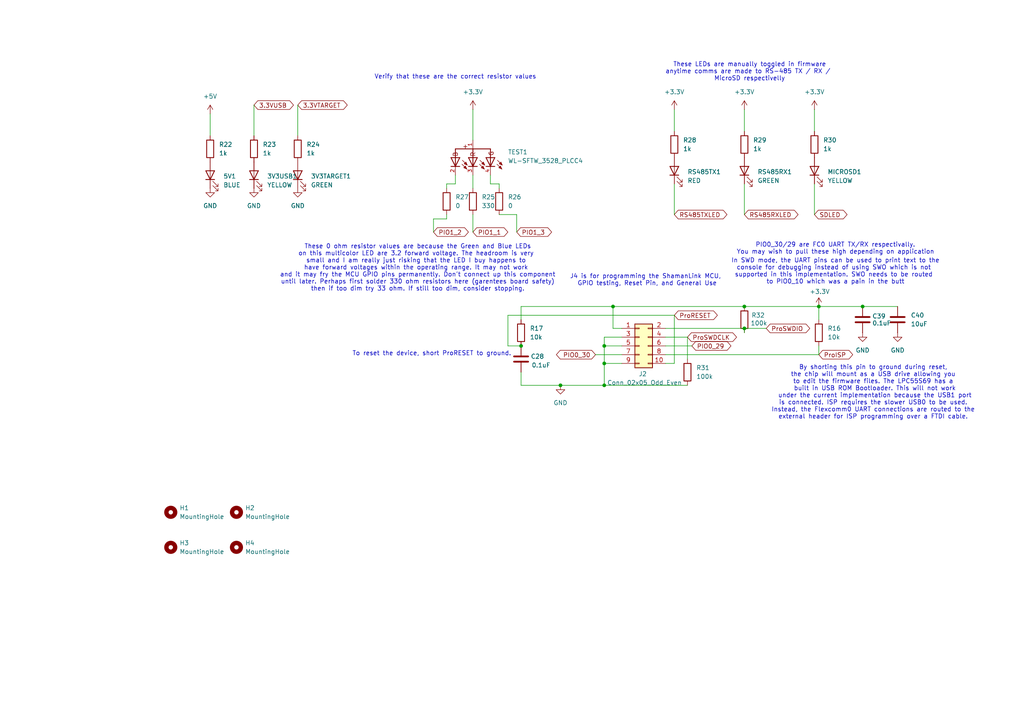
<source format=kicad_sch>
(kicad_sch (version 20250114) (generator "eeschema") (generator_version "9.0")
  (paper "A4")
  (lib_symbols
    (symbol "Connector_Generic:Conn_02x05_Odd_Even" (pin_names (offset 1.016) (hide yes))
      (property "Reference" "J" (at 1.27 7.62 0))
      (property "Value" "Conn_02x05_Odd_Even" (at 1.27 -7.62 0))
      (symbol "Conn_02x05_Odd_Even_1_1"
        (rectangle (start -1.27 6.35) (end 3.81 -6.35) (stroke (width 0.254)) (fill (type background)))
        (rectangle (start -1.27 5.207) (end 0 4.953) (stroke (width 0.1524)))
        (rectangle (start -1.27 2.667) (end 0 2.413) (stroke (width 0.1524)))
        (rectangle (start -1.27 0.127) (end 0 -0.127) (stroke (width 0.1524)))
        (rectangle (start -1.27 -2.413) (end 0 -2.667) (stroke (width 0.1524)))
        (rectangle (start -1.27 -4.953) (end 0 -5.207) (stroke (width 0.1524)))
        (rectangle (start 3.81 5.207) (end 2.54 4.953) (stroke (width 0.1524)))
        (rectangle (start 3.81 2.667) (end 2.54 2.413) (stroke (width 0.1524)))
        (rectangle (start 3.81 0.127) (end 2.54 -0.127) (stroke (width 0.1524)))
        (rectangle (start 3.81 -2.413) (end 2.54 -2.667) (stroke (width 0.1524)))
        (rectangle (start 3.81 -4.953) (end 2.54 -5.207) (stroke (width 0.1524)))
        (pin passive line (at -5.08 5.08 0) (length 3.81) (name "Pin_1") (number "1"))
        (pin passive line (at -5.08 2.54 0) (length 3.81) (name "Pin_3") (number "3"))
        (pin passive line (at -5.08 0 0) (length 3.81) (name "Pin_5") (number "5"))
        (pin passive line (at -5.08 -2.54 0) (length 3.81) (name "Pin_7") (number "7"))
        (pin passive line (at -5.08 -5.08 0) (length 3.81) (name "Pin_9") (number "9"))
        (pin passive line (at 7.62 5.08 180) (length 3.81) (name "Pin_2") (number "2"))
        (pin passive line (at 7.62 2.54 180) (length 3.81) (name "Pin_4") (number "4"))
        (pin passive line (at 7.62 0 180) (length 3.81) (name "Pin_6") (number "6"))
        (pin passive line (at 7.62 -2.54 180) (length 3.81) (name "Pin_8") (number "8"))
        (pin passive line (at 7.62 -5.08 180) (length 3.81) (name "Pin_10") (number "10"))
      )
    )
    (symbol "Device:C" (pin_numbers (hide yes)) (pin_names (offset 0.254))
      (property "Reference" "C" (at 0.635 2.54 0))
      (property "Value" "C" (at 0.635 -2.54 0))
      (symbol "C_0_1"
        (polyline (pts (xy -2.032 0.762) (xy 2.032 0.762)) (stroke (width 0.508)))
        (polyline (pts (xy -2.032 -0.762) (xy 2.032 -0.762)) (stroke (width 0.508)))
      )
      (symbol "C_1_1"
        (pin passive line (at 0 3.81 270) (length 2.794) (name "~") (number "1"))
        (pin passive line (at 0 -3.81 90) (length 2.794) (name "~") (number "2"))
      )
    )
    (symbol "Device:LED" (pin_numbers (hide yes)) (pin_names (offset 1.016) (hide yes))
      (property "Reference" "D" (at 0 2.54 0))
      (property "Value" "LED" (at 0 -2.54 0))
      (symbol "LED_0_1"
        (polyline (pts (xy -3.048 -0.762) (xy -4.572 -2.286) (xy -3.81 -2.286) (xy -4.572 -2.286) (xy -4.572 -1.524)))
        (polyline (pts (xy -1.778 -0.762) (xy -3.302 -2.286) (xy -2.54 -2.286) (xy -3.302 -2.286) (xy -3.302 -1.524)))
        (polyline (pts (xy -1.27 0) (xy 1.27 0)))
        (polyline (pts (xy -1.27 -1.27) (xy -1.27 1.27)) (stroke (width 0.254)))
        (polyline (pts (xy 1.27 -1.27) (xy 1.27 1.27) (xy -1.27 0) (xy 1.27 -1.27)) (stroke (width 0.254)))
      )
      (symbol "LED_1_1"
        (pin passive line (at -3.81 0 0) (length 2.54) (name "K") (number "1"))
        (pin passive line (at 3.81 0 180) (length 2.54) (name "A") (number "2"))
      )
    )
    (symbol "Device:R" (pin_numbers (hide yes)) (pin_names (offset 0))
      (property "Reference" "R" (at 2.032 0 90))
      (property "Value" "R" (at 0 0 90))
      (symbol "R_0_1"
        (rectangle (start -1.016 -2.54) (end 1.016 2.54) (stroke (width 0.254)))
      )
      (symbol "R_1_1"
        (pin passive line (at 0 3.81 270) (length 1.27) (name "~") (number "1"))
        (pin passive line (at 0 -3.81 90) (length 1.27) (name "~") (number "2"))
      )
    )
    (symbol "Mechanical:MountingHole" (pin_names (offset 1.016)) (in_bom no)
      (property "Reference" "H" (at 0 5.08 0))
      (property "Value" "MountingHole" (at 0 3.175 0))
      (symbol "MountingHole_0_1"
        (circle (center 0 0) (radius 1.27) (stroke (width 1.27)))
      )
    )
    (symbol "multicolorLED:WL-SFTW_3528_PLCC4" (pin_names (offset 1.016))
      (property "Reference" "D" (at 2.06 9.302 0))
      (property "Value" "WL-SFTW_3528_PLCC4" (at 0.14 -8.378 0))
      (symbol "WL-SFTW_3528_PLCC4_0_0"
        (polyline (pts (xy -2.54 5.08) (xy -2.54 -5.08)) (stroke (width 0.254)))
        (polyline (pts (xy -2.54 5.08) (xy 2.54 5.08)) (stroke (width 0.254)))
        (polyline (pts (xy -2.54 0) (xy 2.54 0)) (stroke (width 0.254)))
        (polyline (pts (xy -2.54 -5.08) (xy 2.54 -5.08)) (stroke (width 0.254)))
        (polyline (pts (xy 0 5.08) (xy 0 6.35)) (stroke (width 0.254)))
        (polyline (pts (xy 0 3.81) (xy 0 5.08)) (stroke (width 0.254)))
        (polyline (pts (xy 0 3.81) (xy 2.54 5.08)) (stroke (width 0.254)))
        (polyline (pts (xy 0 0) (xy 0 1.27)) (stroke (width 0.254)))
        (polyline (pts (xy 0 -1.27) (xy 0 0)) (stroke (width 0.254)))
        (polyline (pts (xy 0 -1.27) (xy 2.54 0)) (stroke (width 0.254)))
        (polyline (pts (xy 0 -5.08) (xy 0 -3.81)) (stroke (width 0.254)))
        (polyline (pts (xy 0 -6.35) (xy 0 -5.08)) (stroke (width 0.254)))
        (polyline (pts (xy 0 -6.35) (xy 2.54 -5.08)) (stroke (width 0.254)))
        (polyline (pts (xy 0.762 7.112) (xy 2.159 8.509)) (stroke (width 0.1524)))
        (polyline (pts (xy 0.762 2.032) (xy 2.159 3.429)) (stroke (width 0.1524)))
        (polyline (pts (xy 0.762 -3.048) (xy 2.159 -1.651)) (stroke (width 0.1524)))
        (polyline (pts (xy 1.905 6.985) (xy 3.302 8.382)) (stroke (width 0.1524)))
        (polyline (pts (xy 1.905 1.905) (xy 3.302 3.302)) (stroke (width 0.1524)))
        (polyline (pts (xy 1.905 -3.175) (xy 3.302 -1.778)) (stroke (width 0.1524)))
        (polyline (pts (xy 2.159 8.509) (xy 1.27 8.128) (xy 1.778 7.62) (xy 2.159 8.509)) (stroke (width 0.1524)) (fill (type outline)))
        (polyline (pts (xy 2.159 3.429) (xy 1.27 3.048) (xy 1.778 2.54) (xy 2.159 3.429)) (stroke (width 0.1524)) (fill (type outline)))
        (polyline (pts (xy 2.159 -1.651) (xy 1.27 -2.032) (xy 1.778 -2.54) (xy 2.159 -1.651)) (stroke (width 0.1524)) (fill (type outline)))
        (polyline (pts (xy 2.54 5.08) (xy 0 6.35)) (stroke (width 0.254)))
        (polyline (pts (xy 2.54 3.81) (xy 2.54 6.35)) (stroke (width 0.254)))
        (polyline (pts (xy 2.54 0) (xy 0 1.27)) (stroke (width 0.254)))
        (polyline (pts (xy 2.54 -1.27) (xy 2.54 1.27)) (stroke (width 0.254)))
        (polyline (pts (xy 2.54 -5.08) (xy 0 -3.81)) (stroke (width 0.254)))
        (polyline (pts (xy 2.54 -6.35) (xy 2.54 -3.81)) (stroke (width 0.254)))
        (polyline (pts (xy 3.302 8.382) (xy 2.413 8.001) (xy 2.921 7.493) (xy 3.302 8.382)) (stroke (width 0.1524)) (fill (type outline)))
        (polyline (pts (xy 3.302 3.302) (xy 2.413 2.921) (xy 2.921 2.413) (xy 3.302 3.302)) (stroke (width 0.1524)) (fill (type outline)))
        (polyline (pts (xy 3.302 -1.778) (xy 2.413 -2.159) (xy 2.921 -2.667) (xy 3.302 -1.778)) (stroke (width 0.1524)) (fill (type outline)))
        (text "+" (at -4.08 -1.54 0) (effects (font (size 1.27 1.27)) (justify left bottom)))
        (text "G" (at -1.96 6.08 0) (effects (font (size 1.27 1.27)) (justify left bottom)))
        (text "R" (at -1.73 0.78 0) (effects (font (size 1.27 1.27)) (justify left bottom)))
        (text "B" (at -1.73 -4.31 0) (effects (font (size 1.27 1.27)) (justify left bottom)))
        (pin passive line (at -5.08 0 0) (length 2.54) (name "~") (number "1"))
        (pin passive line (at 5.08 5.08 180) (length 2.54) (name "~") (number "4"))
        (pin passive line (at 5.08 0 180) (length 2.54) (name "~") (number "3"))
        (pin passive line (at 5.08 -5.08 180) (length 2.54) (name "~") (number "2"))
      )
    )
    (symbol "power:+3.3V" (power) (pin_numbers (hide yes)) (pin_names (offset 0) (hide yes))
      (property "Value" "+3.3V" (at 0 3.556 0))
      (symbol "+3.3V_0_1"
        (polyline (pts (xy -0.762 1.27) (xy 0 2.54)))
        (polyline (pts (xy 0 2.54) (xy 0.762 1.27)))
        (polyline (pts (xy 0 0) (xy 0 2.54)))
      )
      (symbol "+3.3V_1_1"
        (pin power_in line (at 0 0 90) (length 0) (name "~") (number "1"))
      )
    )
    (symbol "power:+5V" (power) (pin_numbers (hide yes)) (pin_names (offset 0) (hide yes))
      (property "Value" "+5V" (at 0 3.556 0))
      (symbol "+5V_0_1"
        (polyline (pts (xy -0.762 1.27) (xy 0 2.54)))
        (polyline (pts (xy 0 2.54) (xy 0.762 1.27)))
        (polyline (pts (xy 0 0) (xy 0 2.54)))
      )
      (symbol "+5V_1_1"
        (pin power_in line (at 0 0 90) (length 0) (name "~") (number "1"))
      )
    )
    (symbol "power:GND" (power) (pin_numbers (hide yes)) (pin_names (offset 0) (hide yes))
      (property "Value" "GND" (at 0 -3.81 0))
      (symbol "GND_0_1"
        (polyline (pts (xy 0 0) (xy 0 -1.27) (xy 1.27 -1.27) (xy 0 -2.54) (xy -1.27 -1.27) (xy 0 -1.27)))
      )
      (symbol "GND_1_1"
        (pin power_in line (at 0 0 270) (length 0) (name "~") (number "1"))
      )
    )
  )
  (text "These LEDs are manually toggled in firmware\nanytime comms are made to RS-485 TX / RX / \nMicroSD respectivelly" (at 217.424 20.828 0) (effects (font (size 1.27 1.27))))
  (text "To reset the device, short ProRESET to ground. " (at 125.73 102.616 0) (effects (font (size 1.27 1.27))))
  (text "In SWD mode, the UART pins can be used to print text to the\nconsole for debugging instead of using SWO which is not \nsupported in this implementation. SWO needs to be routed \nto PIO0_10 which was a pain in the butt" (at 242.316 78.74 0) (effects (font (size 1.27 1.27))))
  (text "Verify that these are the correct resistor values" (at 132.08 22.352 0) (effects (font (size 1.27 1.27))))
  (text "By shorting this pin to ground during reset, \nthe chip will mount as a USB drive allowing you \nto edit the firmware files. The LPC55S69 has a \nbuilt in USB ROM Bootloader. This will not work\nunder the current implementation because the USB1 port\nis connected. ISP requires the slower USB0 to be used. \nInstead, the Flexcomm0 UART connections are routed to the \nexternal header for ISP programming over a FTDI cable. " (at 253.746 113.792 0) (effects (font (size 1.27 1.27))))
  (text "PIO0_30/29 are FC0 UART TX/RX respectivally.\nYou may wish to pull these high depending on application" (at 242.316 72.136 0) (effects (font (size 1.27 1.27))))
  (text "J4 is for programming the ShamanLink MCU, \nGPIO testing, Reset Pin, and General Use" (at 187.706 81.28 0) (effects (font (size 1.27 1.27))))
  (text "These 0 ohm resistor values are because the Green and Blue LEDs\non this multicolor LED are 3.2 forward voltage. The headroom is very \nsmall and I am really just risking that the LED I buy happens to \nhave forward voltages within the operating range. It may not work \nand it may fry the MCU GPIO pins permanently. Don't connect up this component\nuntil later. Perhaps first solder 330 ohm resistors here (garentees board safety)\nthen if too dim try 33 ohm. If still too dim, consider stopping.\n" (at 121.158 77.724 0) (effects (font (size 1.27 1.27))))
  (junction (at 175.26 100.33))
  (junction (at 177.8 88.9))
  (junction (at 250.19 88.9))
  (junction (at 175.26 111.76))
  (junction (at 151.13 100.33))
  (junction (at 175.26 105.41))
  (junction (at 237.49 88.9))
  (junction (at 215.9 95.25))
  (junction (at 215.9 88.9))
  (junction (at 162.56 111.76))
  (wire (pts (xy 175.26 111.76) (xy 162.56 111.76)))
  (wire (pts (xy 215.9 95.25) (xy 215.9 96.52)))
  (wire (pts (xy 195.58 53.34) (xy 195.58 62.23)))
  (wire (pts (xy 177.8 95.25) (xy 177.8 88.9)))
  (wire (pts (xy 129.54 62.23) (xy 129.54 63.5)))
  (wire (pts (xy 215.9 88.9) (xy 237.49 88.9)))
  (wire (pts (xy 215.9 31.75) (xy 215.9 38.1)))
  (wire (pts (xy 180.34 97.79) (xy 175.26 97.79)))
  (wire (pts (xy 137.16 31.75) (xy 137.16 40.64)))
  (wire (pts (xy 129.54 53.34) (xy 129.54 54.61)))
  (wire (pts (xy 215.9 53.34) (xy 215.9 62.23)))
  (wire (pts (xy 175.26 100.33) (xy 180.34 100.33)))
  (wire (pts (xy 193.04 102.87) (xy 237.49 102.87)))
  (wire (pts (xy 151.13 111.76) (xy 162.56 111.76)))
  (wire (pts (xy 193.04 100.33) (xy 200.66 100.33)))
  (wire (pts (xy 132.08 53.34) (xy 129.54 53.34)))
  (wire (pts (xy 144.78 53.34) (xy 144.78 54.61)))
  (wire (pts (xy 125.73 63.5) (xy 125.73 67.31)))
  (wire (pts (xy 142.24 53.34) (xy 144.78 53.34)))
  (wire (pts (xy 73.66 30.48) (xy 73.66 39.37)))
  (wire (pts (xy 177.8 88.9) (xy 215.9 88.9)))
  (wire (pts (xy 180.34 95.25) (xy 177.8 95.25)))
  (wire (pts (xy 149.86 62.23) (xy 149.86 67.31)))
  (wire (pts (xy 60.96 33.02) (xy 60.96 39.37)))
  (wire (pts (xy 137.16 50.8) (xy 137.16 54.61)))
  (wire (pts (xy 175.26 105.41) (xy 180.34 105.41)))
  (wire (pts (xy 175.26 111.76) (xy 199.39 111.76)))
  (wire (pts (xy 142.24 50.8) (xy 142.24 53.34)))
  (wire (pts (xy 172.72 102.87) (xy 180.34 102.87)))
  (wire (pts (xy 147.32 91.44) (xy 195.58 91.44)))
  (wire (pts (xy 193.04 95.25) (xy 215.9 95.25)))
  (wire (pts (xy 237.49 88.9) (xy 237.49 92.71)))
  (wire (pts (xy 175.26 105.41) (xy 175.26 111.76)))
  (wire (pts (xy 237.49 88.9) (xy 250.19 88.9)))
  (wire (pts (xy 195.58 91.44) (xy 195.58 105.41)))
  (wire (pts (xy 236.22 31.75) (xy 236.22 38.1)))
  (wire (pts (xy 86.36 30.48) (xy 86.36 39.37)))
  (wire (pts (xy 151.13 107.95) (xy 151.13 111.76)))
  (wire (pts (xy 236.22 53.34) (xy 236.22 62.23)))
  (wire (pts (xy 237.49 100.33) (xy 237.49 102.87)))
  (wire (pts (xy 144.78 62.23) (xy 149.86 62.23)))
  (wire (pts (xy 132.08 50.8) (xy 132.08 53.34)))
  (wire (pts (xy 151.13 100.33) (xy 147.32 100.33)))
  (wire (pts (xy 195.58 105.41) (xy 193.04 105.41)))
  (wire (pts (xy 195.58 31.75) (xy 195.58 38.1)))
  (wire (pts (xy 147.32 100.33) (xy 147.32 91.44)))
  (wire (pts (xy 129.54 63.5) (xy 125.73 63.5)))
  (wire (pts (xy 199.39 97.79) (xy 199.39 104.14)))
  (wire (pts (xy 193.04 97.79) (xy 199.39 97.79)))
  (wire (pts (xy 151.13 88.9) (xy 177.8 88.9)))
  (wire (pts (xy 250.19 88.9) (xy 260.35 88.9)))
  (wire (pts (xy 215.9 95.25) (xy 222.25 95.25)))
  (wire (pts (xy 137.16 62.23) (xy 137.16 67.31)))
  (wire (pts (xy 175.26 100.33) (xy 175.26 105.41)))
  (wire (pts (xy 175.26 97.79) (xy 175.26 100.33)))
  (wire (pts (xy 151.13 92.71) (xy 151.13 88.9)))
  (global_label "RS485TXLED" (shape bidirectional) (at 195.58 62.23 0) (property "Intersheetrefs" "${INTERSHEET_REFS}" (effects (hide yes))))
  (global_label "PIO0_29" (shape bidirectional) (at 200.66 100.33 0) (property "Intersheetrefs" "${INTERSHEET_REFS}" (effects (hide yes))))
  (global_label "ProSWDCLK" (shape bidirectional) (at 199.39 97.79 0) (property "Intersheetrefs" "${INTERSHEET_REFS}" (effects (hide yes))))
  (global_label "PIO1_2" (shape bidirectional) (at 125.73 67.31 0) (property "Intersheetrefs" "${INTERSHEET_REFS}" (effects (hide yes))))
  (global_label "ProRESET" (shape bidirectional) (at 195.58 91.44 0) (property "Intersheetrefs" "${INTERSHEET_REFS}" (effects (hide yes))))
  (global_label "PIO1_1" (shape bidirectional) (at 137.16 67.31 0) (property "Intersheetrefs" "${INTERSHEET_REFS}" (effects (hide yes))))
  (global_label "SDLED" (shape bidirectional) (at 236.22 62.23 0) (property "Intersheetrefs" "${INTERSHEET_REFS}" (effects (hide yes))))
  (global_label "3.3VTARGET" (shape bidirectional) (at 86.36 30.48 0) (property "Intersheetrefs" "${INTERSHEET_REFS}" (effects (hide yes))))
  (global_label "ProISP" (shape bidirectional) (at 237.49 102.87 0) (property "Intersheetrefs" "${INTERSHEET_REFS}" (effects (hide yes))))
  (global_label "PIO0_30" (shape bidirectional) (at 172.72 102.87 180) (property "Intersheetrefs" "${INTERSHEET_REFS}" (effects (hide yes))))
  (global_label "3.3VUSB" (shape bidirectional) (at 73.66 30.48 0) (property "Intersheetrefs" "${INTERSHEET_REFS}" (effects (hide yes))))
  (global_label "PIO1_3" (shape bidirectional) (at 149.86 67.31 0) (property "Intersheetrefs" "${INTERSHEET_REFS}" (effects (hide yes))))
  (global_label "RS485RXLED" (shape bidirectional) (at 215.9 62.23 0) (property "Intersheetrefs" "${INTERSHEET_REFS}" (effects (hide yes))))
  (global_label "ProSWDIO" (shape bidirectional) (at 222.25 95.25 0) (property "Intersheetrefs" "${INTERSHEET_REFS}" (effects (hide yes))))
  (symbol (lib_id "Device:C") (at 151.13 104.14 0) (unit 1)
    (property "Reference" "C28" (at 153.924 103.378 0) (effects (justify left)))
    (property "Value" "0.1uF" (at 154.178 105.918 0) (effects (justify left)))
    (property "Footprint" "Capacitor_SMD:C_0805_2012Metric_Pad1.18x1.45mm_HandSolder" (effects (hide yes)))
    (property "Description" "Unpolarized capacitor" (effects (hide yes)))
  )
  (symbol (lib_id "power:+3.3V") (at 215.9 31.75 0) (unit 1)
    (property "Reference" "#PWR050" (effects (hide yes)))
    (property "Value" "+3.3V" (at 215.9 26.67 0))
    (property "Description" "Power symbol creates a global label with name \"+3.3V\"" (effects (hide yes)))
  )
  (symbol (lib_id "power:GND") (at 60.96 54.61 0) (unit 1)
    (property "Reference" "#PWR037" (effects (hide yes)))
    (property "Value" "GND" (at 60.96 59.69 0))
    (property "Description" "Power symbol creates a global label with name \"GND\" , ground" (effects (hide yes)))
  )
  (symbol (lib_id "Device:LED") (at 236.22 49.53 90) (unit 1)
    (property "Reference" "MICROSD1" (at 240.03 49.8474 90) (effects (justify right)))
    (property "Value" "YELLOW" (at 240.03 52.3874 90) (effects (justify right)))
    (property "Footprint" "LED_SMD:LED_0805_2012Metric_Pad1.15x1.40mm_HandSolder" (effects (hide yes)))
    (property "Description" "Light emitting diode" (effects (hide yes)))
    (property "Sim.Pins" "1=K 2=A" (effects (hide yes)))
  )
  (symbol (lib_id "Mechanical:MountingHole") (at 68.58 158.75 0) (unit 1) (in_bom no)
    (property "Reference" "H4" (at 71.12 157.4799 0) (effects (justify left)))
    (property "Value" "MountingHole" (at 71.12 160.0199 0) (effects (justify left)))
    (property "Footprint" "MountingHole:MountingHole_3mm_Pad_TopOnly" (effects (hide yes)))
    (property "Description" "Mounting Hole without connection" (effects (hide yes)))
  )
  (symbol (lib_id "power:GND") (at 260.35 96.52 0) (unit 1)
    (property "Reference" "#PWR064" (effects (hide yes)))
    (property "Value" "GND" (at 260.35 101.6 0))
    (property "Description" "Power symbol creates a global label with name \"GND\" , ground" (effects (hide yes)))
  )
  (symbol (lib_id "Device:R") (at 86.36 43.18 0) (unit 1)
    (property "Reference" "R24" (at 88.9 41.9099 0) (effects (justify left)))
    (property "Value" "1k" (at 88.9 44.4499 0) (effects (justify left)))
    (property "Footprint" "Resistor_SMD:R_0805_2012Metric_Pad1.20x1.40mm_HandSolder" (effects (hide yes)))
    (property "Description" "Resistor" (effects (hide yes)))
  )
  (symbol (lib_id "Mechanical:MountingHole") (at 49.53 158.75 0) (unit 1) (in_bom no)
    (property "Reference" "H3" (at 52.07 157.4799 0) (effects (justify left)))
    (property "Value" "MountingHole" (at 52.07 160.0199 0) (effects (justify left)))
    (property "Footprint" "MountingHole:MountingHole_3mm_Pad_TopOnly" (effects (hide yes)))
    (property "Description" "Mounting Hole without connection" (effects (hide yes)))
  )
  (symbol (lib_id "Mechanical:MountingHole") (at 68.58 148.59 0) (unit 1) (in_bom no)
    (property "Reference" "H2" (at 71.12 147.3199 0) (effects (justify left)))
    (property "Value" "MountingHole" (at 71.12 149.8599 0) (effects (justify left)))
    (property "Footprint" "MountingHole:MountingHole_3mm_Pad_TopOnly" (effects (hide yes)))
    (property "Description" "Mounting Hole without connection" (effects (hide yes)))
  )
  (symbol (lib_id "Device:LED") (at 73.66 50.8 90) (unit 1)
    (property "Reference" "3V3USB1" (at 77.47 51.1174 90) (effects (justify right)))
    (property "Value" "YELLOW" (at 77.47 53.6574 90) (effects (justify right)))
    (property "Footprint" "LED_SMD:LED_0805_2012Metric_Pad1.15x1.40mm_HandSolder" (effects (hide yes)))
    (property "Description" "Light emitting diode" (effects (hide yes)))
    (property "Sim.Pins" "1=K 2=A" (effects (hide yes)))
  )
  (symbol (lib_id "power:+3.3V") (at 237.49 88.9 0) (unit 1)
    (property "Reference" "#PWR048" (effects (hide yes)))
    (property "Value" "+3.3V" (at 237.744 84.582 0))
    (property "Description" "Power symbol creates a global label with name \"+3.3V\"" (effects (hide yes)))
  )
  (symbol (lib_id "Device:R") (at 129.54 58.42 0) (unit 1)
    (property "Reference" "R27" (at 132.08 57.1499 0) (effects (justify left)))
    (property "Value" "0" (at 132.08 59.6899 0) (effects (justify left)))
    (property "Footprint" "Resistor_SMD:R_0805_2012Metric_Pad1.20x1.40mm_HandSolder" (effects (hide yes)))
    (property "Description" "Resistor" (effects (hide yes)))
  )
  (symbol (lib_id "Device:R") (at 151.13 96.52 0) (unit 1)
    (property "Reference" "R17" (at 153.67 95.2499 0) (effects (justify left)))
    (property "Value" "10k" (at 153.67 97.7899 0) (effects (justify left)))
    (property "Footprint" "Resistor_SMD:R_0805_2012Metric_Pad1.20x1.40mm_HandSolder" (effects (hide yes)))
    (property "Description" "Resistor" (effects (hide yes)))
  )
  (symbol (lib_id "power:GND") (at 162.56 111.76 0) (unit 1)
    (property "Reference" "#PWR035" (effects (hide yes)))
    (property "Value" "GND" (at 162.56 116.84 0))
    (property "Description" "Power symbol creates a global label with name \"GND\" , ground" (effects (hide yes)))
  )
  (symbol (lib_id "Connector_Generic:Conn_02x05_Odd_Even") (at 185.42 100.33 0) (unit 1)
    (property "Reference" "J2" (at 186.436 108.458 0))
    (property "Value" "Conn_02x05_Odd_Even" (at 186.944 110.998 0))
    (property "Footprint" "Connector_PinHeader_2.54mm:PinHeader_2x05_P2.54mm_Vertical" (effects (hide yes)))
    (property "Description" "Generic connector, double row, 02x05, odd/even pin numbering scheme (row 1 odd numbers, row 2 even numbers), script generated (kicad-library-utils/schlib/autogen/connector/)" (effects (hide yes)))
  )
  (symbol (lib_id "multicolorLED:WL-SFTW_3528_PLCC4") (at 137.16 45.72 270) (unit 1)
    (property "Reference" "TEST1" (at 147.32 44.099 90) (effects (justify left)))
    (property "Value" "WL-SFTW_3528_PLCC4" (at 147.32 46.639 90) (effects (justify left)))
    (property "Footprint" "multicolorLED:multicolorLED" (effects (hide yes)))
  )
  (symbol (lib_id "Device:LED") (at 86.36 50.8 90) (unit 1)
    (property "Reference" "3V3TARGET1" (at 90.17 51.1174 90) (effects (justify right)))
    (property "Value" "GREEN" (at 90.17 53.6574 90) (effects (justify right)))
    (property "Footprint" "LED_SMD:LED_0805_2012Metric_Pad1.15x1.40mm_HandSolder" (effects (hide yes)))
    (property "Description" "Light emitting diode" (effects (hide yes)))
    (property "Sim.Pins" "1=K 2=A" (effects (hide yes)))
  )
  (symbol (lib_id "Mechanical:MountingHole") (at 49.53 148.59 0) (unit 1) (in_bom no)
    (property "Reference" "H1" (at 52.07 147.3199 0) (effects (justify left)))
    (property "Value" "MountingHole" (at 52.07 149.8599 0) (effects (justify left)))
    (property "Footprint" "MountingHole:MountingHole_3mm_Pad_TopOnly" (effects (hide yes)))
    (property "Description" "Mounting Hole without connection" (effects (hide yes)))
  )
  (symbol (lib_id "Device:LED") (at 195.58 49.53 90) (unit 1)
    (property "Reference" "RS485TX1" (at 199.39 49.8474 90) (effects (justify right)))
    (property "Value" "RED" (at 199.39 52.3874 90) (effects (justify right)))
    (property "Footprint" "LED_SMD:LED_0805_2012Metric_Pad1.15x1.40mm_HandSolder" (effects (hide yes)))
    (property "Description" "Light emitting diode" (effects (hide yes)))
    (property "Sim.Pins" "1=K 2=A" (effects (hide yes)))
  )
  (symbol (lib_id "power:+3.3V") (at 236.22 31.75 0) (unit 1)
    (property "Reference" "#PWR049" (effects (hide yes)))
    (property "Value" "+3.3V" (at 236.22 26.67 0))
    (property "Description" "Power symbol creates a global label with name \"+3.3V\"" (effects (hide yes)))
  )
  (symbol (lib_id "power:+3.3V") (at 137.16 31.75 0) (unit 1)
    (property "Reference" "#PWR052" (effects (hide yes)))
    (property "Value" "+3.3V" (at 137.16 26.67 0))
    (property "Description" "Power symbol creates a global label with name \"+3.3V\"" (effects (hide yes)))
  )
  (symbol (lib_id "Device:R") (at 199.39 107.95 0) (unit 1)
    (property "Reference" "R31" (at 201.93 106.6799 0) (effects (justify left)))
    (property "Value" "100k" (at 201.93 109.2199 0) (effects (justify left)))
    (property "Footprint" "Resistor_SMD:R_0805_2012Metric_Pad1.20x1.40mm_HandSolder" (effects (hide yes)))
    (property "Description" "Resistor" (effects (hide yes)))
  )
  (symbol (lib_id "Device:C") (at 250.19 92.71 0) (unit 1)
    (property "Reference" "C39" (at 252.984 91.694 0) (effects (justify left)))
    (property "Value" "0.1uF" (at 252.984 93.726 0) (effects (justify left)))
    (property "Footprint" "Capacitor_SMD:C_0805_2012Metric_Pad1.18x1.45mm_HandSolder" (effects (hide yes)))
    (property "Description" "Unpolarized capacitor" (effects (hide yes)))
  )
  (symbol (lib_id "Device:C") (at 260.35 92.71 0) (unit 1)
    (property "Reference" "C40" (at 264.16 91.4399 0) (effects (justify left)))
    (property "Value" "10uF" (at 264.16 93.9799 0) (effects (justify left)))
    (property "Footprint" "Capacitor_SMD:C_0805_2012Metric_Pad1.18x1.45mm_HandSolder" (effects (hide yes)))
    (property "Description" "Unpolarized capacitor" (effects (hide yes)))
  )
  (symbol (lib_id "power:GND") (at 86.36 54.61 0) (unit 1)
    (property "Reference" "#PWR039" (effects (hide yes)))
    (property "Value" "GND" (at 86.36 59.69 0))
    (property "Description" "Power symbol creates a global label with name \"GND\" , ground" (effects (hide yes)))
  )
  (symbol (lib_id "Device:LED") (at 60.96 50.8 90) (unit 1)
    (property "Reference" "5V1" (at 64.77 51.1174 90) (effects (justify right)))
    (property "Value" "BLUE" (at 64.77 53.6574 90) (effects (justify right)))
    (property "Footprint" "LED_SMD:LED_0805_2012Metric_Pad1.15x1.40mm_HandSolder" (effects (hide yes)))
    (property "Description" "Light emitting diode" (effects (hide yes)))
    (property "Sim.Pins" "1=K 2=A" (effects (hide yes)))
  )
  (symbol (lib_id "power:+3.3V") (at 195.58 31.75 0) (unit 1)
    (property "Reference" "#PWR051" (effects (hide yes)))
    (property "Value" "+3.3V" (at 195.58 26.67 0))
    (property "Description" "Power symbol creates a global label with name \"+3.3V\"" (effects (hide yes)))
  )
  (symbol (lib_id "Device:R") (at 215.9 92.71 0) (unit 1)
    (property "Reference" "R32" (at 217.932 91.44 0) (effects (justify left)))
    (property "Value" "100k" (at 217.678 93.726 0) (effects (justify left)))
    (property "Footprint" "Resistor_SMD:R_0805_2012Metric_Pad1.20x1.40mm_HandSolder" (effects (hide yes)))
    (property "Description" "Resistor" (effects (hide yes)))
  )
  (symbol (lib_id "Device:R") (at 195.58 41.91 0) (unit 1)
    (property "Reference" "R28" (at 198.12 40.6399 0) (effects (justify left)))
    (property "Value" "1k" (at 198.12 43.1799 0) (effects (justify left)))
    (property "Footprint" "Resistor_SMD:R_0805_2012Metric_Pad1.20x1.40mm_HandSolder" (effects (hide yes)))
    (property "Description" "Resistor" (effects (hide yes)))
  )
  (symbol (lib_id "Device:R") (at 137.16 58.42 0) (unit 1)
    (property "Reference" "R25" (at 139.7 57.1499 0) (effects (justify left)))
    (property "Value" "330" (at 139.7 59.6899 0) (effects (justify left)))
    (property "Footprint" "Resistor_SMD:R_0805_2012Metric_Pad1.20x1.40mm_HandSolder" (effects (hide yes)))
    (property "Description" "Resistor" (effects (hide yes)))
  )
  (symbol (lib_id "Device:R") (at 144.78 58.42 0) (unit 1)
    (property "Reference" "R26" (at 147.32 57.1499 0) (effects (justify left)))
    (property "Value" "0" (at 147.32 59.6899 0) (effects (justify left)))
    (property "Footprint" "Resistor_SMD:R_0805_2012Metric_Pad1.20x1.40mm_HandSolder" (effects (hide yes)))
    (property "Description" "Resistor" (effects (hide yes)))
  )
  (symbol (lib_id "Device:R") (at 237.49 96.52 0) (unit 1)
    (property "Reference" "R16" (at 240.03 95.2499 0) (effects (justify left)))
    (property "Value" "10k" (at 240.03 97.7899 0) (effects (justify left)))
    (property "Footprint" "Resistor_SMD:R_0805_2012Metric_Pad1.20x1.40mm_HandSolder" (effects (hide yes)))
    (property "Description" "Resistor" (effects (hide yes)))
  )
  (symbol (lib_id "power:GND") (at 250.19 96.52 0) (unit 1)
    (property "Reference" "#PWR063" (effects (hide yes)))
    (property "Value" "GND" (at 250.19 101.6 0))
    (property "Description" "Power symbol creates a global label with name \"GND\" , ground" (effects (hide yes)))
  )
  (symbol (lib_id "Device:R") (at 236.22 41.91 0) (unit 1)
    (property "Reference" "R30" (at 238.76 40.6399 0) (effects (justify left)))
    (property "Value" "1k" (at 238.76 43.1799 0) (effects (justify left)))
    (property "Footprint" "Resistor_SMD:R_0805_2012Metric_Pad1.20x1.40mm_HandSolder" (effects (hide yes)))
    (property "Description" "Resistor" (effects (hide yes)))
  )
  (symbol (lib_id "Device:R") (at 215.9 41.91 0) (unit 1)
    (property "Reference" "R29" (at 218.44 40.6399 0) (effects (justify left)))
    (property "Value" "1k" (at 218.44 43.1799 0) (effects (justify left)))
    (property "Footprint" "Resistor_SMD:R_0805_2012Metric_Pad1.20x1.40mm_HandSolder" (effects (hide yes)))
    (property "Description" "Resistor" (effects (hide yes)))
  )
  (symbol (lib_id "Device:LED") (at 215.9 49.53 90) (unit 1)
    (property "Reference" "RS485RX1" (at 219.71 49.8474 90) (effects (justify right)))
    (property "Value" "GREEN" (at 219.71 52.3874 90) (effects (justify right)))
    (property "Footprint" "LED_SMD:LED_0805_2012Metric_Pad1.15x1.40mm_HandSolder" (effects (hide yes)))
    (property "Description" "Light emitting diode" (effects (hide yes)))
    (property "Sim.Pins" "1=K 2=A" (effects (hide yes)))
  )
  (symbol (lib_id "Device:R") (at 73.66 43.18 0) (unit 1)
    (property "Reference" "R23" (at 76.2 41.9099 0) (effects (justify left)))
    (property "Value" "1k" (at 76.2 44.4499 0) (effects (justify left)))
    (property "Footprint" "Resistor_SMD:R_0805_2012Metric_Pad1.20x1.40mm_HandSolder" (effects (hide yes)))
    (property "Description" "Resistor" (effects (hide yes)))
  )
  (symbol (lib_id "power:GND") (at 73.66 54.61 0) (unit 1)
    (property "Reference" "#PWR038" (effects (hide yes)))
    (property "Value" "GND" (at 73.66 59.69 0))
    (property "Description" "Power symbol creates a global label with name \"GND\" , ground" (effects (hide yes)))
  )
  (symbol (lib_id "Device:R") (at 60.96 43.18 0) (unit 1)
    (property "Reference" "R22" (at 63.5 41.9099 0) (effects (justify left)))
    (property "Value" "1k" (at 63.5 44.4499 0) (effects (justify left)))
    (property "Footprint" "Resistor_SMD:R_0805_2012Metric_Pad1.20x1.40mm_HandSolder" (effects (hide yes)))
    (property "Description" "Resistor" (effects (hide yes)))
  )
  (symbol (lib_id "power:+5V") (at 60.96 33.02 0) (unit 1)
    (property "Reference" "#PWR047" (effects (hide yes)))
    (property "Value" "+5V" (at 60.96 27.94 0))
    (property "Description" "Power symbol creates a global label with name \"+5V\"" (effects (hide yes)))
  )
)
</source>
